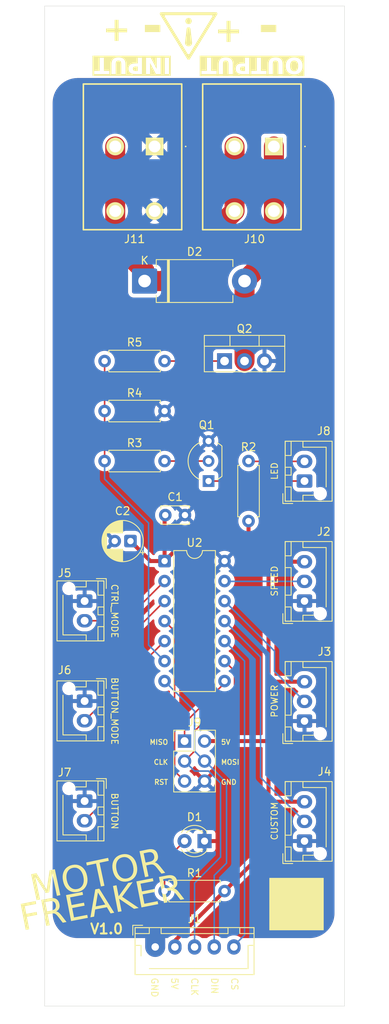
<source format=kicad_pcb>
(kicad_pcb (version 20241229) (generator "pcbnew") (generator_version "9.0")
  (layers (0 "F.Cu" signal) (2 "B.Cu" signal) (13 "F.Paste" user) (15 "B.Paste" user) (5 "F.SilkS" user "F.Silkscreen") (7 "B.SilkS" user "B.Silkscreen") (1 "F.Mask" user) (3 "B.Mask" user) (25 "Edge.Cuts" user))
  (net 0 "")
  (net 1 "+5V")
  (net 2 "/CLK")
  (net 3 "GND")
  (net 4 "/DIN")
  (net 5 "/RESET")
  (net 6 "/MISO")
  (net 7 "Net-(Q2-G)")
  (net 8 "Net-(D2-A)")
  (net 9 "/PWM")
  (net 10 "/CS")
  (net 11 "/EXTRA_POT")
  (net 12 "/BUTTON")
  (net 13 "/POWER_POT")
  (net 14 "/SPEED_POT")
  (net 15 "/CTRL_MODE")
  (net 16 "/BUTTON_MODE")
  (net 17 "Net-(D2-K)")
  (net 18 "Net-(J8-Pin_1)")
  (net 19 "Net-(Q1-B)")
  (net 20 "Net-(D1-A)")
  (net 21 "Net-(J8-Pin_2)")
  (footprint "MountingHole:MountingHole_4.3mm_M4" (layer "F.Cu") (at 97.79 19.685)
    (property "Reference" "REF**" (hide yes))
    (property "Value" "MountingHole_4.3mm_M4")
    (pad "" np_thru_hole circle (at 0 0) (size 4.3 4.3) (drill 4.3) (layers "*.Cu" "*.Mask"))
  )
  (footprint "Diode_THT:D_DO-201AD_P12.70mm_Horizontal" (layer "F.Cu") (at 76.2 50.8)
    (property "Reference" "D2" (at 6.35 -3.72 0) (layer "F.SilkS"))
    (property "Value" "DIODE")
    (fp_text user "K" (at 0 -2.6 0) (layer "F.SilkS"))
    (pad "1" thru_hole roundrect (at 0 0) (size 3.2 3.2) (drill 1.6) (layers "*.Cu" "*.Mask") (roundrect_rratio 0.078125) (net 17 "Net-(D2-K)"))
    (pad "2" thru_hole circle (at 12.7 0) (size 3.2 3.2) (drill 1.6) (layers "*.Cu" "*.Mask") (net 8 "Net-(D2-A)"))
  )
  (footprint "Resistor_THT:R_Axial_DIN0207_L6.3mm_D2.5mm_P7.62mm_Horizontal" (layer "F.Cu") (at 71.12 60.96)
    (property "Reference" "R5" (at 3.81 -2.37 0) (layer "F.SilkS"))
    (property "Value" "220")
    (pad "1" thru_hole circle (at 0 0) (size 1.6 1.6) (drill 0.8) (layers "*.Cu" "*.Mask") (net 9 "/PWM"))
    (pad "2" thru_hole circle (at 7.62 0) (size 1.6 1.6) (drill 0.8) (layers "*.Cu" "*.Mask") (net 7 "Net-(Q2-G)"))
  )
  (footprint "Capacitor_THT:CP_Radial_D5.0mm_P2.00mm" (layer "F.Cu") (at 74.405113 83.82 180)
    (property "Reference" "C2" (at 1 3.81 0) (layer "F.SilkS"))
    (property "Value" "10uF")
    (pad "1" thru_hole roundrect (at 0 0 180) (size 1.6 1.6) (drill 0.8) (layers "*.Cu" "*.Mask") (roundrect_rratio 0.15625) (net 1 "+5V"))
    (pad "2" thru_hole circle (at 2 0 180) (size 1.6 1.6) (drill 0.8) (layers "*.Cu" "*.Mask") (net 3 "GND"))
  )
  (footprint "Connector_JST:JST_XH_B3B-XH-AM_1x03_P2.50mm_Vertical" (layer "F.Cu") (at 96.52 121.92 90)
    (property "Reference" "J4" (at 8.81 2.54 180) (layer "F.SilkS"))
    (property "Value" "EXTRA_POT")
    (pad "" np_thru_hole circle (at -1.6 2 90) (size 1.2 1.2) (drill 1.2) (layers "*.Cu" "*.Mask"))
    (pad "1" thru_hole roundrect (at 0 0 90) (size 1.7 1.95) (drill 0.95) (layers "*.Cu" "*.Mask") (roundrect_rratio 0.147059) (net 3 "GND"))
    (pad "2" thru_hole oval (at 2.5 0 90) (size 1.7 1.95) (drill 0.95) (layers "*.Cu" "*.Mask") (net 11 "/EXTRA_POT"))
    (pad "3" thru_hole oval (at 5 0 90) (size 1.7 1.95) (drill 0.95) (layers "*.Cu" "*.Mask") (net 1 "+5V"))
  )
  (footprint "Connector_JST:JST_XH_B2B-XH-AM_1x02_P2.50mm_Vertical" (layer "F.Cu") (at 68.58 91.44 -90)
    (property "Reference" "J5" (at -3.556 2.54 0) (layer "F.SilkS"))
    (property "Value" "CTRL_MODE")
    (pad "" np_thru_hole circle (at -1.6 2 270) (size 1.2 1.2) (drill 1.2) (layers "*.Cu" "*.Mask"))
    (pad "1" thru_hole roundrect (at 0 0 270) (size 1.7 2) (drill 1) (layers "*.Cu" "*.Mask") (roundrect_rratio 0.147059) (net 3 "GND"))
    (pad "2" thru_hole oval (at 2.5 0 270) (size 1.7 2) (drill 1) (layers "*.Cu" "*.Mask") (net 15 "/CTRL_MODE"))
  )
  (footprint "MountingHole:MountingHole_4.3mm_M4" (layer "F.Cu") (at 67.31 19.685)
    (property "Reference" "REF**" (hide yes))
    (property "Value" "MountingHole_4.3mm_M4")
    (pad "" np_thru_hole circle (at 0 0) (size 4.3 4.3) (drill 4.3) (layers "*.Cu" "*.Mask"))
  )
  (footprint "MountingHole:MountingHole_4.3mm_M4" (layer "F.Cu") (at 67.31 139.065)
    (property "Reference" "REF**" (hide yes))
    (property "Value" "MountingHole_4.3mm_M4")
    (pad "" np_thru_hole circle (at 0 0) (size 4.3 4.3) (drill 4.3) (layers "*.Cu" "*.Mask"))
  )
  (footprint "Capacitor_THT:C_Disc_D3.4mm_W2.1mm_P2.50mm" (layer "F.Cu") (at 78.83 80.518)
    (property "Reference" "C1" (at 1.25 -2.3 0) (layer "F.SilkS"))
    (property "Value" "0.1uF")
    (pad "1" thru_hole circle (at 0 0) (size 1.6 1.6) (drill 0.8) (layers "*.Cu" "*.Mask") (net 1 "+5V"))
    (pad "2" thru_hole circle (at 2.5 0) (size 1.6 1.6) (drill 0.8) (layers "*.Cu" "*.Mask") (net 3 "GND"))
  )
  (footprint "Package_DIP:DIP-14_W7.62mm" (layer "F.Cu") (at 78.74 86.36)
    (property "Reference" "U2" (at 3.81 -2.33 0) (layer "F.SilkS"))
    (property "Value" "ATtiny84")
    (pad "1" thru_hole roundrect (at 0 0) (size 1.6 1.6) (drill 0.8) (layers "*.Cu" "*.Mask") (roundrect_rratio 0.15625) (net 1 "+5V"))
    (pad "2" thru_hole circle (at 0 2.54) (size 1.6 1.6) (drill 0.8) (layers "*.Cu" "*.Mask") (net 15 "/CTRL_MODE"))
    (pad "3" thru_hole circle (at 0 5.08) (size 1.6 1.6) (drill 0.8) (layers "*.Cu" "*.Mask") (net 16 "/BUTTON_MODE"))
    (pad "4" thru_hole circle (at 0 7.62) (size 1.6 1.6) (drill 0.8) (layers "*.Cu" "*.Mask") (net 5 "/RESET"))
    (pad "5" thru_hole circle (at 0 10.16) (size 1.6 1.6) (drill 0.8) (layers "*.Cu" "*.Mask") (net 12 "/BUTTON"))
    (pad "6" thru_hole circle (at 0 12.7) (size 1.6 1.6) (drill 0.8) (layers "*.Cu" "*.Mask") (net 9 "/PWM"))
    (pad "7" thru_hole circle (at 0 15.24) (size 1.6 1.6) (drill 0.8) (layers "*.Cu" "*.Mask") (net 4 "/DIN"))
    (pad "8" thru_hole circle (at 7.62 15.24) (size 1.6 1.6) (drill 0.8) (layers "*.Cu" "*.Mask") (net 6 "/MISO"))
    (pad "9" thru_hole circle (at 7.62 12.7) (size 1.6 1.6) (drill 0.8) (layers "*.Cu" "*.Mask") (net 2 "/CLK"))
    (pad "10" thru_hole circle (at 7.62 10.16) (size 1.6 1.6) (drill 0.8) (layers "*.Cu" "*.Mask") (net 10 "/CS"))
    (pad "11" thru_hole circle (at 7.62 7.62) (size 1.6 1.6) (drill 0.8) (layers "*.Cu" "*.Mask") (net 11 "/EXTRA_POT"))
    (pad "12" thru_hole circle (at 7.62 5.08) (size 1.6 1.6) (drill 0.8) (layers "*.Cu" "*.Mask") (net 13 "/POWER_POT"))
    (pad "13" thru_hole circle (at 7.62 2.54) (size 1.6 1.6) (drill 0.8) (layers "*.Cu" "*.Mask") (net 14 "/SPEED_POT"))
    (pad "14" thru_hole circle (at 7.62 0) (size 1.6 1.6) (drill 0.8) (layers "*.Cu" "*.Mask") (net 3 "GND"))
  )
  (footprint "Resistor_THT:R_Axial_DIN0207_L6.3mm_D2.5mm_P7.62mm_Horizontal" (layer "F.Cu") (at 86.36 128.27 180)
    (property "Reference" "R1" (at 3.81 2.286 0) (layer "F.SilkS"))
    (property "Value" "1.5K")
    (pad "1" thru_hole circle (at 0 0 180) (size 1.6 1.6) (drill 0.8) (layers "*.Cu" "*.Mask") (net 1 "+5V"))
    (pad "2" thru_hole circle (at 7.62 0 180) (size 1.6 1.6) (drill 0.8) (layers "*.Cu" "*.Mask") (net 20 "Net-(D1-A)"))
  )
  (footprint "Amphenol_QT:QT02ADP83H0000G" (layer "F.Cu") (at 77.47 33.71 180)
    (property "Reference" "J11" (at 2.54 -11.756 0) (layer "F.SilkS"))
    (property "Value" "IN_V" (hide yes))
    (pad "1" thru_hole rect (at 0 0 270) (size 2.25 2.25) (drill 1.5) (layers "*.Cu" "*.Mask" "F.SilkS") (net 3 "GND") (thermal_bridge_width 1.27))
    (pad "2" thru_hole circle (at 0 -8.2 270) (size 2.25 2.25) (drill 1.5) (layers "*.Cu" "*.Mask" "F.SilkS") (net 3 "GND") (thermal_bridge_width 1.27))
    (pad "3" thru_hole circle (at 5 0 270) (size 2.25 2.25) (drill 1.5) (layers "*.Cu" "*.Mask" "F.SilkS") (net 17 "Net-(D2-K)"))
    (pad "4" thru_hole circle (at 5 -8.2 270) (size 2.25 2.25) (drill 1.5) (layers "*.Cu" "*.Mask" "F.SilkS") (net 17 "Net-(D2-K)"))
  )
  (footprint "Connector_JST:JST_XH_B5B-XH-AM_1x05_P2.50mm_Vertical" (layer "F.Cu") (at 77.55 135.365)
    (property "Reference" "J1" (at 5 -3.55 0) (layer "F.SilkS"))
    (property "Value" "Conn_01x05" (hide yes))
    (pad "" np_thru_hole circle (at -1.6 2) (size 1.2 1.2) (drill 1.2) (layers "*.Cu" "*.Mask"))
    (pad "1" thru_hole roundrect (at 0 0) (size 1.7 1.95) (drill 0.95) (layers "*.Cu" "*.Mask") (roundrect_rratio 0.147059) (net 3 "GND"))
    (pad "2" thru_hole oval (at 2.5 0) (size 1.7 1.95) (drill 0.95) (layers "*.Cu" "*.Mask") (net 1 "+5V"))
    (pad "3" thru_hole oval (at 5 0) (size 1.7 1.95) (drill 0.95) (layers "*.Cu" "*.Mask") (net 2 "/CLK"))
    (pad "4" thru_hole oval (at 7.5 0) (size 1.7 1.95) (drill 0.95) (layers "*.Cu" "*.Mask") (net 4 "/DIN"))
    (pad "5" thru_hole oval (at 10 0) (size 1.7 1.95) (drill 0.95) (layers "*.Cu" "*.Mask") (net 10 "/CS"))
  )
  (footprint "Resistor_THT:R_Axial_DIN0207_L6.3mm_D2.5mm_P7.62mm_Horizontal" (layer "F.Cu") (at 78.74 67.31 180)
    (property "Reference" "R4" (at 3.81 2.286 0) (layer "F.SilkS"))
    (property "Value" "10K")
    (pad "1" thru_hole circle (at 0 0 180) (size 1.6 1.6) (drill 0.8) (layers "*.Cu" "*.Mask") (net 3 "GND"))
    (pad "2" thru_hole circle (at 7.62 0 180) (size 1.6 1.6) (drill 0.8) (layers "*.Cu" "*.Mask") (net 9 "/PWM"))
  )
  (footprint "Amphenol_QT:QT02ADP83H0000G" (layer "F.Cu") (at 92.63 33.71 180)
    (property "Reference" "J10" (at 2.46 -11.756 0) (layer "F.SilkS"))
    (property "Value" "OUT" (hide yes))
    (pad "1" thru_hole rect (at 0 0 270) (size 2.25 2.25) (drill 1.5) (layers "*.Cu" "*.Mask" "F.SilkS") (net 8 "Net-(D2-A)"))
    (pad "2" thru_hole circle (at 0 -8.2 270) (size 2.25 2.25) (drill 1.5) (layers "*.Cu" "*.Mask" "F.SilkS") (net 8 "Net-(D2-A)"))
    (pad "3" thru_hole circle (at 5 0 270) (size 2.25 2.25) (drill 1.5) (layers "*.Cu" "*.Mask" "F.SilkS") (net 17 "Net-(D2-K)"))
    (pad "4" thru_hole circle (at 5 -8.2 270) (size 2.25 2.25) (drill 1.5) (layers "*.Cu" "*.Mask" "F.SilkS") (net 17 "Net-(D2-K)"))
  )
  (footprint "LED_THT:LED_D3.0mm" (layer "F.Cu") (at 83.82 121.92 180)
    (property "Reference" "D1" (at 1.27 3.048 0) (layer "F.SilkS"))
    (property "Value" "5V" (hide yes))
    (pad "1" thru_hole rect (at 0 0 180) (size 1.8 1.8) (drill 0.9) (layers "*.Cu" "*.Mask") (net 3 "GND"))
    (pad "2" thru_hole circle (at 2.54 0 180) (size 1.8 1.8) (drill 0.9) (layers "*.Cu" "*.Mask") (net 20 "Net-(D1-A)"))
  )
  (footprint "Symbol:Symbol_Attention_Triangle_8x7mm_Copper" (layer "F.Cu") (at 81.788 19.05 180)
    (property "Reference" "REF**" (hide yes))
    (property "Value" "Symbol_Attention_Triangle_8x7mm_Copper" (hide yes))
  )
  (footprint "Connector_JST:JST_XH_B2B-XH-AM_1x02_P2.50mm_Vertical" (layer "F.Cu") (at 96.52 76.2 90)
    (property "Reference" "J8" (at 6.35 2.45 180) (layer "F.SilkS"))
    (property "Value" "LED")
    (pad "" np_thru_hole circle (at -1.6 2 90) (size 1.2 1.2) (drill 1.2) (layers "*.Cu" "*.Mask"))
    (pad "1" thru_hole roundrect (at 0 0 90) (size 1.7 2) (drill 1) (layers "*.Cu" "*.Mask") (roundrect_rratio 0.147059) (net 18 "Net-(J8-Pin_1)"))
    (pad "2" thru_hole oval (at 2.5 0 90) (size 1.7 2) (drill 1) (layers "*.Cu" "*.Mask") (net 21 "Net-(J8-Pin_2)"))
  )
  (footprint "Connector_PinHeader_2.54mm:PinHeader_2x03_P2.54mm_Vertical" (layer "F.Cu") (at 81.28 109.22)
    (property "Reference" "J9" (at 1.27 -2.38 0) (layer "F.SilkS"))
    (property "Value" "ICSP")
    (pad "1" thru_hole rect (at 0 0) (size 1.7 1.7) (drill 1) (layers "*.Cu" "*.Mask") (net 6 "/MISO"))
    (pad "2" thru_hole circle (at 2.54 0) (size 1.7 1.7) (drill 1) (layers "*.Cu" "*.Mask") (net 1 "+5V"))
    (pad "3" thru_hole circle (at 0 2.54) (size 1.7 1.7) (drill 1) (layers "*.Cu" "*.Mask") (net 2 "/CLK"))
    (pad "4" thru_hole circle (at 2.54 2.54) (size 1.7 1.7) (drill 1) (layers "*.Cu" "*.Mask") (net 4 "/DIN"))
    (pad "5" thru_hole circle (at 0 5.08) (size 1.7 1.7) (drill 1) (layers "*.Cu" "*.Mask") (net 5 "/RESET"))
    (pad "6" thru_hole circle (at 2.54 5.08) (size 1.7 1.7) (drill 1) (layers "*.Cu" "*.Mask") (net 3 "GND"))
  )
  (footprint "Resistor_THT:R_Axial_DIN0207_L6.3mm_D2.5mm_P7.62mm_Horizontal" (layer "F.Cu") (at 71.12 73.66)
    (property "Reference" "R3" (at 3.81 -2.286 0) (layer "F.SilkS"))
    (property "Value" "4.7K")
    (pad "1" thru_hole circle (at 0 0) (size 1.6 1.6) (drill 0.8) (layers "*.Cu" "*.Mask") (net 9 "/PWM"))
    (pad "2" thru_hole circle (at 7.62 0) (size 1.6 1.6) (drill 0.8) (layers "*.Cu" "*.Mask") (net 19 "Net-(Q1-B)"))
  )
  (footprint "Package_TO_SOT_THT:TO-220-3_Vertical" (layer "F.Cu") (at 86.36 60.96)
    (property "Reference" "Q2" (at 2.54 -4.1 0) (layer "F.SilkS"))
    (property "Value" "IRLZ44N")
    (pad "1" thru_hole rect (at 0 0) (size 1.905 2) (drill 1.1) (layers "*.Cu" "*.Mask") (net 7 "Net-(Q2-G)"))
    (pad "2" thru_hole oval (at 2.54 0) (size 1.905 2) (drill 1.1) (layers "*.Cu" "*.Mask") (net 8 "Net-(D2-A)"))
    (pad "3" thru_hole oval (at 5.08 0) (size 1.905 2) (drill 1.1) (layers "*.Cu" "*.Mask") (net 3 "GND"))
  )
  (footprint "Connector_JST:JST_XH_B3B-XH-AM_1x03_P2.50mm_Vertical" (layer "F.Cu") (at 96.52 106.68 90)
    (property "Reference" "J3" (at 8.81 2.54 180) (layer "F.SilkS"))
    (property "Value" "POWER_POT")
    (pad "" np_thru_hole circle (at -1.6 2 90) (size 1.2 1.2) (drill 1.2) (layers "*.Cu" "*.Mask"))
    (pad "1" thru_hole roundrect (at 0 0 90) (size 1.7 1.95) (drill 0.95) (layers "*.Cu" "*.Mask") (roundrect_rratio 0.147059) (net 3 "GND"))
    (pad "2" thru_hole oval (at 2.5 0 90) (size 1.7 1.95) (drill 0.95) (layers "*.Cu" "*.Mask") (net 13 "/POWER_POT"))
    (pad "3" thru_hole oval (at 5 0 90) (size 1.7 1.95) (drill 0.95) (layers "*.Cu" "*.Mask") (net 1 "+5V"))
  )
  (footprint "Connector_JST:JST_XH_B3B-XH-AM_1x03_P2.50mm_Vertical" (layer "F.Cu") (at 96.52 91.44 90)
    (property "Reference" "J2" (at 8.81 2.45 180) (layer "F.SilkS"))
    (property "Value" "SPEED_POT")
    (pad "" np_thru_hole circle (at -1.6 2 90) (size 1.2 1.2) (drill 1.2) (layers "*.Cu" "*.Mask"))
    (pad "1" thru_hole roundrect (at 0 0 90) (size 1.7 1.95) (drill 0.95) (layers "*.Cu" "*.Mask") (roundrect_rratio 0.147059) (net 3 "GND"))
    (pad "2" thru_hole oval (at 2.5 0 90) (size 1.7 1.95) (drill 0.95) (layers "*.Cu" "*.Mask") (net 14 "/SPEED_POT"))
    (pad "3" thru_hole oval (at 5 0 90) (size 1.7 1.95) (drill 0.95) (layers "*.Cu" "*.Mask") (net 1 "+5V"))
  )
  (footprint "MountingHole:MountingHole_4.3mm_M4" (layer "F.Cu") (at 97.79 139.065)
    (property "Reference" "REF**" (hide yes))
    (property "Value" "MountingHole_4.3mm_M4")
    (pad "" np_thru_hole circle (at 0 0) (size 4.3 4.3) (drill 4.3) (layers "*.Cu" "*.Mask"))
  )
  (footprint "Resistor_THT:R_Axial_DIN0207_L6.3mm_D2.5mm_P7.62mm_Horizontal" (layer "F.Cu") (at 89.408 73.66 -90)
    (property "Reference" "R2" (at -1.778 0 180) (layer "F.SilkS"))
    (property "Value" "R")
    (pad "1" thru_hole circle (at 0 0 270) (size 1.6 1.6) (drill 0.8) (layers "*.Cu" "*.Mask") (net 21 "Net-(J8-Pin_2)"))
    (pad "2" thru_hole circle (at 7.62 0 270) (size 1.6 1.6) (drill 0.8) (layers "*.Cu" "*.Mask") (net 1 "+5V"))
  )
  (footprint "Connector_JST:JST_XH_B2B-XH-AM_1x02_P2.50mm_Vertical" (layer "F.Cu") (at 68.58 116.84 -90)
    (property "Reference" "J7" (at -3.632 2.54 0) (layer "F.SilkS"))
    (property "Value" "BUTTON")
    (pad "" np_thru_hole circle (at -1.6 2 270) (size 1.2 1.2) (drill 1.2) (layers "*.Cu" "*.Mask"))
    (pad "1" thru_hole roundrect (at 0 0 270) (size 1.7 2) (drill 1) (layers "*.Cu" "*.Mask") (roundrect_rratio 0.147059) (net 3 "GND"))
    (pad "2" thru_hole oval (at 2.5 0 270) (size 1.7 2) (drill 1) (layers "*.Cu" "*.Mask") (net 12 "/BUTTON"))
  )
  (footprint "Package_TO_SOT_THT:TO-92L_Inline_Wide" (layer "F.Cu") (at 84.328 76.2 90)
    (property "Reference" "Q1" (at 7.112 -0.254 180) (layer "F.SilkS"))
    (property "Value" "NPN")
    (pad "1" thru_hole rect (at 0 0 90) (size 1.5 1.5) (drill 0.8) (layers "*.Cu" "*.Mask") (net 18 "Net-(J8-Pin_1)"))
    (pad "2" thru_hole circle (at 2.54 0 90) (size 1.5 1.5) (drill 0.8) (layers "*.Cu" "*.Mask") (net 19 "Net-(Q1-B)"))
    (pad "3" thru_hole circle (at 5.08 0 90) (size 1.5 1.5) (drill 0.8) (layers "*.Cu" "*.Mask") (net 3 "GND"))
  )
  (footprint "Connector_JST:JST_XH_B2B-XH-AM_1x02_P2.50mm_Vertical" (layer "F.Cu") (at 68.58 104.14 -90)
    (property "Reference" "J6" (at -3.926 2.54 0) (layer "F.SilkS"))
    (property "Value" "BUTTON_MODE")
    (pad "" np_thru_hole circle (at -1.6 2 270) (size 1.2 1.2) (drill 1.2) (layers "*.Cu" "*.Mask"))
    (pad "1" thru_hole roundrect (at 0 0 270) (size 1.7 2) (drill 1) (layers "*.Cu" "*.Mask") (roundrect_rratio 0.147059) (net 3 "GND"))
    (pad "2" thru_hole oval (at 2.5 0 270) (size 1.7 2) (drill 1) (layers "*.Cu" "*.Mask") (net 16 "/BUTTON_MODE"))
  )
  (gr_rect (start 92.075 126.619) (end 98.933 133.223) (stroke (width 0.05)) (fill yes) (layer "F.SilkS"))
  (gr_line (start 101.6 142.875) (end 63.5 142.875) (stroke (width 0.05)) (layer "Edge.Cuts"))
  (gr_line (start 63.5 15.875) (end 101.6 15.875) (stroke (width 0.05)) (layer "Edge.Cuts"))
  (gr_line (start 101.6 15.875) (end 101.6 142.875) (stroke (width 0.05)) (layer "Edge.Cuts"))
  (gr_line (start 63.5 15.875) (end 63.5 142.875) (stroke (width 0.05)) (layer "Edge.Cuts"))
  (gr_text "-" (at 91.948 21.336 0) (layer "F.SilkS") (effects (font (size 4.572 4.572)) (justify bottom)))
  (gr_text "OUTPUT" (at 89.916 22.098 180) (layer "F.SilkS" knockout) (effects (font (size 2.032 2.032)) (justify bottom)))
  (gr_text "5V" (at 80.01 139.192 270) (layer "F.SilkS") (effects (font (size 0.8128 0.8128) (thickness 0.127)) (justify left)))
  (gr_text "SPEED" (at 92.71 88.9 90) (layer "F.SilkS") (effects (font (size 0.8128 0.8128) (thickness 0.127) (bold yes))))
  (gr_text "+" (at 72.644 20.828 0) (layer "F.SilkS") (effects (font (size 3.048 3.048)) (justify bottom)))
  (gr_text "CLK" (at 82.55 139.192 270) (layer "F.SilkS") (effects (font (size 0.8128 0.8128) (thickness 0.127)) (justify left)))
  (gr_text "FREAKER" (at 71.12 131.826 11) (layer "F.SilkS") (effects (font (size 3.302 3.302)) (justify bottom)))
  (gr_text "BUTTON_MODE" (at 72.39 105.41 270) (layer "F.SilkS") (effects (font (size 0.8128 0.8128) (thickness 0.127) (bold yes))))
  (gr_text "CLK" (at 79.248 112.268 0) (layer "F.SilkS") (effects (font (size 0.635 0.635) (thickness 0.127)) (justify right bottom)))
  (gr_text "POWER" (at 92.71 104.14 90) (layer "F.SilkS") (effects (font (size 0.8128 0.8128) (thickness 0.127) (bold yes))))
  (gr_text "LED" (at 92.71 74.93 90) (layer "F.SilkS") (effects (font (size 0.8128 0.8128) (thickness 0.127) (bold yes))))
  (gr_text "GND" (at 85.852 114.808 0) (layer "F.SilkS") (effects (font (size 0.635 0.635) (thickness 0.127)) (justify left bottom)))
  (gr_text "RST" (at 79.248 114.808 0) (layer "F.SilkS") (effects (font (size 0.635 0.635) (thickness 0.127)) (justify right bottom)))
  (gr_text "MISO" (at 79.248 109.728 0) (layer "F.SilkS") (effects (font (size 0.635 0.635) (thickness 0.127)) (justify right bottom)))
  (gr_text "CS" (at 87.63 139.192 270) (layer "F.SilkS") (effects (font (size 0.8128 0.8128) (thickness 0.127)) (justify left)))
  (gr_text "5V" (at 85.852 109.728 0) (layer "F.SilkS") (effects (font (size 0.635 0.635) (thickness 0.127)) (justify left bottom)))
  (gr_text "BUTTON" (at 72.39 118.11 270) (layer "F.SilkS") (effects (font (size 0.8128 0.8128) (thickness 0.127) (bold yes))))
  (gr_text "MOSI" (at 85.852 112.268 0) (layer "F.SilkS") (effects (font (size 0.635 0.635) (thickness 0.127)) (justify left bottom)))
  (gr_text "-" (at 77.216 21.336 0) (layer "F.SilkS") (effects (font (size 4.572 4.572)) (justify bottom)))
  (gr_text "DIN" (at 85.09 139.192 270) (layer "F.SilkS") (effects (font (size 0.8128 0.8128) (thickness 0.127)) (justify left)))
  (gr_text "CUSTOM" (at 92.71 119.38 90) (layer "F.SilkS") (effects (font (size 0.8128 0.8128) (thickness 0.127) (bold yes))))
  (gr_text "V1.0" (at 71.374 132.334 0) (layer "F.SilkS") (effects (font (size 1.27 1.27) (thickness 0.254) (bold yes)) (justify top)))
  (gr_text "CTRL_MODE" (at 72.39 92.71 270) (layer "F.SilkS") (effects (font (size 0.8128 0.8128) (thickness 0.127) (bold yes))))
  (gr_text "INPUT" (at 74.676 22.098 180) (layer "F.SilkS" knockout) (effects (font (size 2.032 2.032)) (justify bottom)))
  (gr_text "+" (at 86.868 20.955 0) (layer "F.SilkS") (effects (font (size 3.048 3.048)) (justify bottom)))
  (gr_text "GND" (at 77.47 139.192 270) (layer "F.SilkS") (effects (font (size 0.8128 0.8128) (thickness 0.127)) (justify left)))
  (gr_text "MOTOR" (at 70.612 128.27 12) (layer "F.SilkS") (effects (font (size 3.302 3.302)) (justify bottom)))
  (segment (start 86.614 83.82) (end 89.408 83.82) (width 0.508) (layer "F.Cu") (net 1))
  (segment (start 80.05 134.58) (end 86.36 128.27) (width 0.508) (layer "F.Cu") (net 1))
  (segment (start 91.948 109.22) (end 91.948 116.84) (width 0.508) (layer "F.Cu") (net 1))
  (segment (start 92.028 86.44) (end 91.948 86.36) (width 0.508) (layer "F.Cu") (net 1))
  (segment (start 76.945113 86.36) (end 74.405113 83.82) (width 0.508) (layer "F.Cu") (net 1))
  (segment (start 96.52 101.68) (end 92.028 101.68) (width 0.508) (layer "F.Cu") (net 1))
  (segment (start 91.948 86.36) (end 91.948 101.6) (width 0.508) (layer "F.Cu") (net 1))
  (segment (start 78.74 86.36) (end 76.945113 86.36) (width 0.508) (layer "F.Cu") (net 1))
  (segment (start 91.948 109.22) (end 83.82 109.22) (width 0.508) (layer "F.Cu") (net 1))
  (segment (start 86.614 83.82) (end 81.28 83.82) (width 0.508) (layer "F.Cu") (net 1))
  (segment (start 96.52 86.44) (end 92.028 86.44) (width 0.508) (layer "F.Cu") (net 1))
  (segment (start 89.408 83.82) (end 89.408 81.28) (width 0.508) (layer "F.Cu") (net 1))
  (segment (start 80.05 135.365) (end 80.05 134.58) (width 0.508) (layer "F.Cu") (net 1))
  (segment (start 91.948 101.6) (end 91.948 109.22) (width 0.508) (layer "F.Cu") (net 1))
  (segment (start 78.74 80.608) (end 78.83 80.518) (width 0.508) (layer "F.Cu") (net 1))
  (segment (start 91.948 122.682) (end 86.36 128.27) (width 0.508) (layer "F.Cu") (net 1))
  (segment (start 89.408 83.82) (end 91.948 86.36) (width 0.508) (layer "F.Cu") (net 1))
  (segment (start 91.948 116.84) (end 91.948 122.682) (width 0.508) (layer "F.Cu") (net 1))
  (segment (start 78.74 86.36) (end 78.74 80.608) (width 0.508) (layer "F.Cu") (net 1))
  (segment (start 92.028 116.92) (end 91.948 116.84) (width 0.508) (layer "F.Cu") (net 1))
  (segment (start 96.52 116.92) (end 92.028 116.92) (width 0.508) (layer "F.Cu") (net 1))
  (segment (start 92.028 101.68) (end 91.948 101.6) (width 0.508) (layer "F.Cu") (net 1))
  (segment (start 78.74 86.36) (end 81.28 83.82) (width 0.508) (layer "F.Cu") (net 1))
  (segment (start 82.55 110.49) (end 81.28 111.76) (width 0.2) (layer "F.Cu") (net 2))
  (segment (start 86.36 99.06) (end 87.63 100.33) (width 0.2) (layer "F.Cu") (net 2))
  (segment (start 87.63 102.87) (end 82.55 107.95) (width 0.2) (layer "F.Cu") (net 2))
  (segment (start 87.63 100.33) (end 87.63 102.87) (width 0.2) (layer "F.Cu") (net 2))
  (segment (start 82.55 107.95) (end 82.55 110.49) (width 0.2) (layer "F.Cu") (net 2))
  (segment (start 81.28 111.76) (end 82.55 113.03) (width 0.2) (layer "B.Cu") (net 2))
  (segment (start 82.55 113.03) (end 84.328 113.03) (width 0.2) (layer "B.Cu") (net 2))
  (segment (start 85.852 114.554) (end 85.852 123.952) (width 0.2) (layer "B.Cu") (net 2))
  (segment (start 84.328 113.03) (end 85.852 114.554) (width 0.2) (layer "B.Cu") (net 2))
  (segment (start 85.852 123.952) (end 82.55 127.254) (width 0.2) (layer "B.Cu") (net 2))
  (segment (start 82.55 127.254) (end 82.55 135.365) (width 0.2) (layer "B.Cu") (net 2))
  (segment (start 77.55 135.365) (end 77.55 132.922) (width 2.54) (layer "F.Cu") (net 3))
  (segment (start 77.55 135.365) (end 77.55 133.27) (width 2.54) (layer "B.Cu") (net 3))
  (segment (start 86.614 124.714) (end 85.05 126.278) (width 0.2) (layer "B.Cu") (net 4))
  (segment (start 82.55 110.49) (end 82.55 105.41) (width 0.2) (layer "B.Cu") (net 4))
  (segment (start 83.8791 111.76) (end 86.614 114.4949) (width 0.2) (layer "B.Cu") (net 4))
  (segment (start 85.05 126.278) (end 85.05 135.365) (width 0.2) (layer "B.Cu") (net 4))
  (segment (start 83.82 111.76) (end 82.55 110.49) (width 0.2) (layer "B.Cu") (net 4))
  (segment (start 82.55 105.41) (end 78.74 101.6) (width 0.2) (layer "B.Cu") (net 4))
  (segment (start 83.82 111.76) (end 83.8791 111.76) (width 0.2) (layer "B.Cu") (net 4))
  (segment (start 86.614 114.4949) (end 86.614 124.714) (width 0.2) (layer "B.Cu") (net 4))
  (segment (start 81.28 114.3) (end 80.01 113.03) (width 0.2) (layer "F.Cu") (net 5))
  (segment (start 80.01 113.03) (end 80.01 95.25) (width 0.2) (layer "F.Cu") (net 5))
  (segment (start 80.01 95.25) (end 78.74 93.98) (width 0.2) (layer "F.Cu") (net 5))
  (segment (start 86.36 101.6) (end 86.36 101.854) (width 0.2) (layer "F.Cu") (net 6))
  (segment (start 86.36 101.854) (end 81.28 106.934) (width 0.2) (layer "F.Cu") (net 6))
  (segment (start 81.28 106.934) (end 81.28 109.22) (width 0.2) (layer "F.Cu") (net 6))
  (segment (start 78.74 60.96) (end 86.36 60.96) (width 0.2) (layer "F.Cu") (net 7))
  (segment (start 92.63 47.07) (end 88.9 50.8) (width 2.54) (layer "F.Cu") (net 8))
  (segment (start 92.63 33.71) (end 92.63 41.91) (width 2.54) (layer "F.Cu") (net 8))
  (segment (start 92.63 41.91) (end 92.63 47.07) (width 2.54) (layer "F.Cu") (net 8))
  (segment (start 88.9 50.8) (end 88.9 60.96) (width 2.54) (layer "F.Cu") (net 8))
  (segment (start 71.12 60.96) (end 71.12 67.31) (width 0.2) (layer "F.Cu") (net 9))
  (segment (start 71.12 67.31) (end 71.12 73.66) (width 0.2) (layer "F.Cu") (net 9))
  (segment (start 76.708 97.028) (end 76.708 81.534) (width 0.2) (layer "B.Cu") (net 9))
  (segment (start 78.74 99.06) (end 76.708 97.028) (width 0.2) (layer "B.Cu") (net 9))
  (segment (start 76.708 81.534) (end 71.12 75.946) (width 0.2) (layer "B.Cu") (net 9))
  (segment (start 71.12 75.946) (end 71.12 73.66) (width 0.2) (layer "B.Cu") (net 9))
  (segment (start 87.55 135.208) (end 88.9 133.858) (width 0.2) (layer "B.Cu") (net 10))
  (segment (start 88.9 133.858) (end 88.9 99.06) (width 0.2) (layer "B.Cu") (net 10))
  (segment (start 88.9 99.06) (end 86.36 96.52) (width 0.2) (layer "B.Cu") (net 10))
  (segment (start 87.55 135.365) (end 87.55 135.208) (width 0.2) (layer "B.Cu") (net 10))
  (segment (start 96.52 119.42) (end 90.932 113.832) (width 0.2) (layer "B.Cu") (net 11))
  (segment (start 90.932 98.552) (end 86.36 93.98) (width 0.2) (layer "B.Cu") (net 11))
  (segment (start 90.932 113.832) (end 90.932 98.552) (width 0.2) (layer "B.Cu") (net 11))
  (segment (start 75.946 99.314) (end 78.74 96.52) (width 0.2) (layer "F.Cu") (net 12))
  (segment (start 75.946 111.974) (end 75.946 99.314) (width 0.2) (layer "F.Cu") (net 12))
  (segment (start 68.58 119.34) (end 75.946 111.974) (width 0.2) (layer "F.Cu") (net 12))
  (segment (start 96.52 104.18) (end 92.71 100.37) (width 0.2) (layer "B.Cu") (net 13))
  (segment (start 86.36 91.44) (end 92.71 97.79) (width 0.2) (layer "B.Cu") (net 13))
  (segment (start 92.71 100.37) (end 92.71 97.79) (width 0.2) (layer "B.Cu") (net 13))
  (segment (start 86.4 88.94) (end 86.36 88.9) (width 0.2) (layer "B.Cu") (net 14))
  (segment (start 96.52 88.94) (end 86.4 88.94) (width 0.2) (layer "B.Cu") (net 14))
  (segment (start 68.58 93.94) (end 73.7 93.94) (width 0.2) (layer "F.Cu") (net 15))
  (segment (start 73.7 93.94) (end 78.74 88.9) (width 0.2) (layer "F.Cu") (net 15))
  (segment (start 68.58 106.64) (end 74.467 100.753) (width 0.2) (layer "F.Cu") (net 16))
  (segment (start 74.467 100.753) (end 74.467 95.713) (width 0.2) (layer "F.Cu") (net 16))
  (segment (start 74.467 95.713) (end 78.74 91.44) (width 0.2) (layer "F.Cu") (net 16))
  (segment (start 78.74 50.8) (end 87.63 41.91) (width 2.54) (layer "F.Cu") (net 17))
  (segment (start 76.2 49.53) (end 76.2 50.8) (width 2.54) (layer "F.Cu") (net 17))
  (segment (start 76.2 50.8) (end 78.74 50.8) (width 2.54) (layer "F.Cu") (net 17))
  (segment (start 72.47 45.64) (end 72.39 45.72) (width 2.54) (layer "F.Cu") (net 17))
  (segment (start 72.47 41.91) (end 72.47 45.64) (width 2.54) (layer "F.Cu") (net 17))
  (segment (start 72.47 33.71) (end 72.47 41.91) (width 2.54) (layer "F.Cu") (net 17))
  (segment (start 87.63 33.71) (end 87.63 41.91) (width 2.54) (layer "F.Cu") (net 17))
  (segment (start 72.39 45.72) (end 76.2 49.53) (width 2.54) (layer "F.Cu") (net 17))
  (segment (start 84.328 76.2) (end 96.52 76.2) (width 0.2) (layer "F.Cu") (net 18))
  (segment (start 78.74 73.66) (end 84.328 73.66) (width 0.2) (layer "F.Cu") (net 19))
  (segment (start 78.74 124.46) (end 81.28 121.92) (width 0.2) (layer "F.Cu") (net 20))
  (segment (start 78.74 128.27) (end 78.74 124.46) (width 0.2) (layer "F.Cu") (net 20))
  (segment (start 89.408 73.66) (end 89.662 73.66) (width 0.2) (layer "F.Cu") (net 21))
  (segment (start 89.702 73.7) (end 96.52 73.7) (width 0.2) (layer "F.Cu") (net 21))
  (segment (start 89.662 73.66) (end 89.702 73.7) (width 0.2) (layer "F.Cu") (net 21))
  (zone (net 3) (net_name "GND") (layers "F.Cu" "B.Cu") (connect_pads (clearance 0.5)) (min_thickness 0.25) (fill yes (thermal_gap 0.5) (thermal_bridge_width 0.5) (smoothing fillet) (radius 3.175))
    (polygon (pts (xy 64.516 25.019) (xy 100.33 25.019) (xy 100.33 134.239) (xy 64.516 134.239)))
  )
)
</source>
